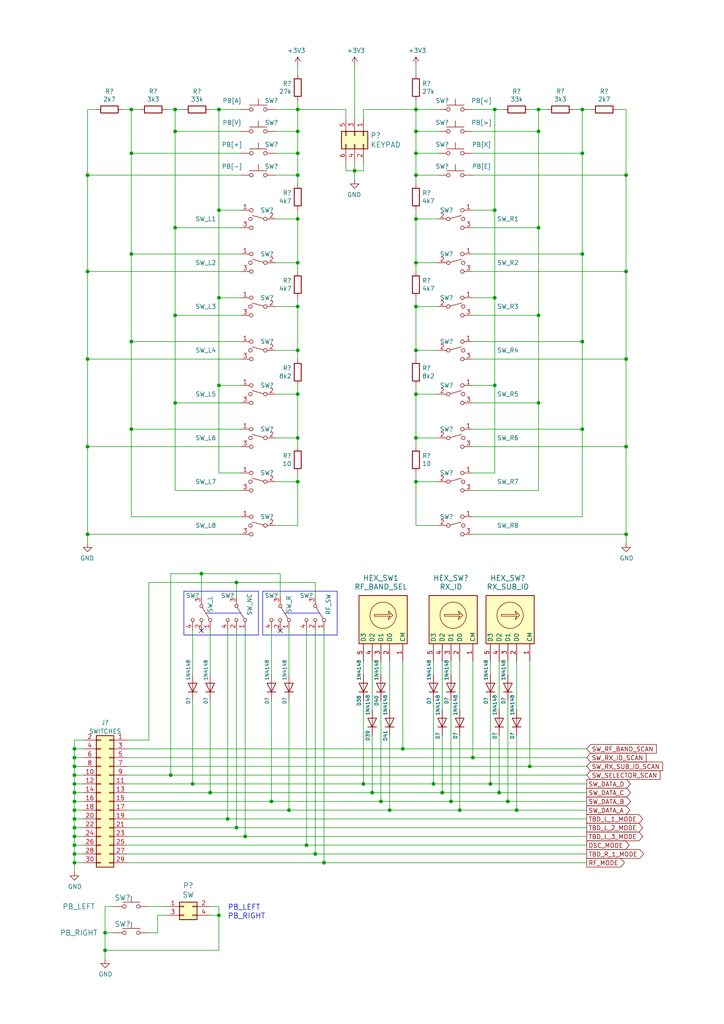
<source format=kicad_sch>
(kicad_sch (version 20230121) (generator eeschema)
  (paper "A4" portrait)
  (lib_symbols
    (symbol "Connector_Generic:Conn_02x15_Odd_Even" (pin_names (offset 1.016) hide)
      (property "Reference" "J" (at 1.27 20.32 0))
      (property "Value" "Conn_02x15_Odd_Even" (at 1.27 -20.32 0))
      (symbol "Conn_02x15_Odd_Even_1_1"
        (rectangle (start -1.27 -17.653) (end 0 -17.907) (stroke (width 0.1524)))
        (rectangle (start -1.27 -15.113) (end 0 -15.367) (stroke (width 0.1524)))
        (rectangle (start -1.27 -12.573) (end 0 -12.827) (stroke (width 0.1524)))
        (rectangle (start -1.27 -10.033) (end 0 -10.287) (stroke (width 0.1524)))
        (rectangle (start -1.27 -7.493) (end 0 -7.747) (stroke (width 0.1524)))
        (rectangle (start -1.27 -4.953) (end 0 -5.207) (stroke (width 0.1524)))
        (rectangle (start -1.27 -2.413) (end 0 -2.667) (stroke (width 0.1524)))
        (rectangle (start -1.27 0.127) (end 0 -0.127) (stroke (width 0.1524)))
        (rectangle (start -1.27 2.667) (end 0 2.413) (stroke (width 0.1524)))
        (rectangle (start -1.27 5.207) (end 0 4.953) (stroke (width 0.1524)))
        (rectangle (start -1.27 7.747) (end 0 7.493) (stroke (width 0.1524)))
        (rectangle (start -1.27 10.287) (end 0 10.033) (stroke (width 0.1524)))
        (rectangle (start -1.27 12.827) (end 0 12.573) (stroke (width 0.1524)))
        (rectangle (start -1.27 15.367) (end 0 15.113) (stroke (width 0.1524)))
        (rectangle (start -1.27 17.907) (end 0 17.653) (stroke (width 0.1524)))
        (rectangle (start -1.27 19.05) (end 3.81 -19.05) (stroke (width 0.254)) (fill (type background)))
        (rectangle (start 3.81 -17.653) (end 2.54 -17.907) (stroke (width 0.1524)))
        (rectangle (start 3.81 -15.113) (end 2.54 -15.367) (stroke (width 0.1524)))
        (rectangle (start 3.81 -12.573) (end 2.54 -12.827) (stroke (width 0.1524)))
        (rectangle (start 3.81 -10.033) (end 2.54 -10.287) (stroke (width 0.1524)))
        (rectangle (start 3.81 -7.493) (end 2.54 -7.747) (stroke (width 0.1524)))
        (rectangle (start 3.81 -4.953) (end 2.54 -5.207) (stroke (width 0.1524)))
        (rectangle (start 3.81 -2.413) (end 2.54 -2.667) (stroke (width 0.1524)))
        (rectangle (start 3.81 0.127) (end 2.54 -0.127) (stroke (width 0.1524)))
        (rectangle (start 3.81 2.667) (end 2.54 2.413) (stroke (width 0.1524)))
        (rectangle (start 3.81 5.207) (end 2.54 4.953) (stroke (width 0.1524)))
        (rectangle (start 3.81 7.747) (end 2.54 7.493) (stroke (width 0.1524)))
        (rectangle (start 3.81 10.287) (end 2.54 10.033) (stroke (width 0.1524)))
        (rectangle (start 3.81 12.827) (end 2.54 12.573) (stroke (width 0.1524)))
        (rectangle (start 3.81 15.367) (end 2.54 15.113) (stroke (width 0.1524)))
        (rectangle (start 3.81 17.907) (end 2.54 17.653) (stroke (width 0.1524)))
        (pin passive line (at -5.08 17.78 0) (length 3.81) (name "Pin_1") (number "1"))
        (pin passive line (at 7.62 7.62 180) (length 3.81) (name "Pin_10") (number "10"))
        (pin passive line (at -5.08 5.08 0) (length 3.81) (name "Pin_11") (number "11"))
        (pin passive line (at 7.62 5.08 180) (length 3.81) (name "Pin_12") (number "12"))
        (pin passive line (at -5.08 2.54 0) (length 3.81) (name "Pin_13") (number "13"))
        (pin passive line (at 7.62 2.54 180) (length 3.81) (name "Pin_14") (number "14"))
        (pin passive line (at -5.08 0 0) (length 3.81) (name "Pin_15") (number "15"))
        (pin passive line (at 7.62 0 180) (length 3.81) (name "Pin_16") (number "16"))
        (pin passive line (at -5.08 -2.54 0) (length 3.81) (name "Pin_17") (number "17"))
        (pin passive line (at 7.62 -2.54 180) (length 3.81) (name "Pin_18") (number "18"))
        (pin passive line (at -5.08 -5.08 0) (length 3.81) (name "Pin_19") (number "19"))
        (pin passive line (at 7.62 17.78 180) (length 3.81) (name "Pin_2") (number "2"))
        (pin passive line (at 7.62 -5.08 180) (length 3.81) (name "Pin_20") (number "20"))
        (pin passive line (at -5.08 -7.62 0) (length 3.81) (name "Pin_21") (number "21"))
        (pin passive line (at 7.62 -7.62 180) (length 3.81) (name "Pin_22") (number "22"))
        (pin passive line (at -5.08 -10.16 0) (length 3.81) (name "Pin_23") (number "23"))
        (pin passive line (at 7.62 -10.16 180) (length 3.81) (name "Pin_24") (number "24"))
        (pin passive line (at -5.08 -12.7 0) (length 3.81) (name "Pin_25") (number "25"))
        (pin passive line (at 7.62 -12.7 180) (length 3.81) (name "Pin_26") (number "26"))
        (pin passive line (at -5.08 -15.24 0) (length 3.81) (name "Pin_27") (number "27"))
        (pin passive line (at 7.62 -15.24 180) (length 3.81) (name "Pin_28") (number "28"))
        (pin passive line (at -5.08 -17.78 0) (length 3.81) (name "Pin_29") (number "29"))
        (pin passive line (at -5.08 15.24 0) (length 3.81) (name "Pin_3") (number "3"))
        (pin passive line (at 7.62 -17.78 180) (length 3.81) (name "Pin_30") (number "30"))
        (pin passive line (at 7.62 15.24 180) (length 3.81) (name "Pin_4") (number "4"))
        (pin passive line (at -5.08 12.7 0) (length 3.81) (name "Pin_5") (number "5"))
        (pin passive line (at 7.62 12.7 180) (length 3.81) (name "Pin_6") (number "6"))
        (pin passive line (at -5.08 10.16 0) (length 3.81) (name "Pin_7") (number "7"))
        (pin passive line (at 7.62 10.16 180) (length 3.81) (name "Pin_8") (number "8"))
        (pin passive line (at -5.08 7.62 0) (length 3.81) (name "Pin_9") (number "9"))
      )
    )
    (symbol "RCTX-rescue:D-device" (pin_numbers hide) (pin_names (offset 1.016) hide)
      (property "Reference" "D" (at 0 2.54 0))
      (property "Value" "D-device" (at 0 -2.54 0))
      (symbol "D-device_0_1"
        (polyline (pts (xy -1.27 1.27) (xy -1.27 -1.27)) (stroke (width 0.2032)))
        (polyline (pts (xy 1.27 0) (xy -1.27 0)))
        (polyline (pts (xy 1.27 1.27) (xy 1.27 -1.27) (xy -1.27 0) (xy 1.27 1.27)) (stroke (width 0.2032)))
      )
      (symbol "D-device_1_1"
        (pin passive line (at -3.81 0 0) (length 2.54) (name "K") (number "1"))
        (pin passive line (at 3.81 0 180) (length 2.54) (name "A") (number "2"))
      )
    )
    (symbol "RCTX-rescue:GND-power" (power) (pin_names (offset 0))
      (property "Value" "GND-power" (at 0 -3.81 0))
      (symbol "GND-power_0_1"
        (polyline (pts (xy 0 0) (xy 0 -1.27) (xy 1.27 -1.27) (xy 0 -2.54) (xy -1.27 -1.27) (xy 0 -1.27)))
      )
      (symbol "GND-power_1_1"
        (pin power_in line (at 0 0 270) (length 0) hide (name "GND") (number "1"))
      )
    )
    (symbol "RCTX-rescue:SW_Coded-switches"
      (property "Reference" "SW" (at -6.35 8.89 0))
      (property "Value" "SW_Coded-switches" (at -6.35 -7.62 0))
      (symbol "SW_Coded-switches_0_1"
        (circle (center -0.635 0.635) (radius 3.81))
        (polyline (pts (xy -0.889 -1.905) (xy -0.889 2.667) (xy -1.397 2.159) (xy -1.905 2.159) (xy -0.635 3.429) (xy 0.635 2.159) (xy 0.127 2.159) (xy -0.381 2.667) (xy -0.381 -1.905) (xy -0.889 -1.905) (xy -0.889 -1.905)))
        (rectangle (start 7.62 7.62) (end -6.35 -6.35) (stroke (width 0.254)) (fill (type background)))
      )
      (symbol "SW_Coded-switches_1_1"
        (pin passive line (at 12.7 6.35 180) (length 5.08) (name "CM") (number "1"))
        (pin passive line (at 12.7 2.54 180) (length 5.08) (name "D0") (number "2"))
        (pin passive line (at 12.7 0 180) (length 5.08) (name "D1") (number "3"))
        (pin passive line (at 12.7 -2.54 180) (length 5.08) (name "D2") (number "4"))
        (pin passive line (at 12.7 -5.08 180) (length 5.08) (name "D3") (number "5"))
      )
    )
    (symbol "RCTX-rescue:SW_Push-switches" (pin_numbers hide) (pin_names (offset 1.016) hide)
      (property "Reference" "SW" (at 1.27 2.54 0))
      (property "Value" "SW_Push-switches" (at 0 -1.524 0))
      (symbol "SW_Push-switches_0_1"
        (circle (center -2.032 0) (radius 0.508))
        (polyline (pts (xy 0 1.27) (xy 0 3.048)))
        (polyline (pts (xy 2.54 1.27) (xy -2.54 1.27)))
        (circle (center 2.032 0) (radius 0.508))
        (pin passive line (at -5.08 0 0) (length 2.54) (name "1") (number "1"))
        (pin passive line (at 5.08 0 180) (length 2.54) (name "2") (number "2"))
      )
    )
    (symbol "RCTX-rescue:SW_SP3T-switches" (pin_names (offset 0) hide)
      (property "Reference" "SW" (at 0 5.08 0))
      (property "Value" "SW_SP3T-switches" (at 0 -5.08 0))
      (symbol "SW_SP3T-switches_0_1"
        (circle (center -2.032 0) (radius 0.4572))
        (polyline (pts (xy -1.651 0.254) (xy 1.651 2.286)))
        (circle (center 2.032 -2.54) (radius 0.4572))
        (circle (center 2.032 0) (radius 0.4572))
        (circle (center 2.032 2.54) (radius 0.4572))
      )
      (symbol "SW_SP3T-switches_1_1"
        (pin passive line (at 5.08 2.54 180) (length 2.54) (name "1") (number "1"))
        (pin passive line (at 5.08 0 180) (length 2.54) (name "2") (number "2"))
        (pin passive line (at -5.08 0 0) (length 2.54) (name "3") (number "3"))
        (pin passive line (at 5.08 -2.54 180) (length 2.54) (name "4") (number "4"))
      )
    )
    (symbol "conn:Conn_02x02_Odd_Even" (pin_names (offset 1.016) hide)
      (property "Reference" "J" (at 1.27 2.54 0))
      (property "Value" "conn_Conn_02x02_Odd_Even" (at 1.27 -5.08 0))
      (symbol "Conn_02x02_Odd_Even_1_1"
        (rectangle (start -1.27 -2.413) (end 0 -2.667) (stroke (width 0.1524)))
        (rectangle (start -1.27 0.127) (end 0 -0.127) (stroke (width 0.1524)))
        (rectangle (start -1.27 1.27) (end 3.81 -3.81) (stroke (width 0.254)) (fill (type background)))
        (rectangle (start 3.81 -2.413) (end 2.54 -2.667) (stroke (width 0.1524)))
        (rectangle (start 3.81 0.127) (end 2.54 -0.127) (stroke (width 0.1524)))
        (pin passive line (at -5.08 0 0) (length 3.81) (name "Pin_1") (number "1"))
        (pin passive line (at 7.62 0 180) (length 3.81) (name "Pin_2") (number "2"))
        (pin passive line (at -5.08 -2.54 0) (length 3.81) (name "Pin_3") (number "3"))
        (pin passive line (at 7.62 -2.54 180) (length 3.81) (name "Pin_4") (number "4"))
      )
    )
    (symbol "conn:Conn_02x03_Odd_Even" (pin_names (offset 1.016) hide)
      (property "Reference" "J" (at 1.27 5.08 0))
      (property "Value" "conn_Conn_02x03_Odd_Even" (at 1.27 -5.08 0))
      (symbol "Conn_02x03_Odd_Even_1_1"
        (rectangle (start -1.27 -2.413) (end 0 -2.667) (stroke (width 0.1524)))
        (rectangle (start -1.27 0.127) (end 0 -0.127) (stroke (width 0.1524)))
        (rectangle (start -1.27 2.667) (end 0 2.413) (stroke (width 0.1524)))
        (rectangle (start -1.27 3.81) (end 3.81 -3.81) (stroke (width 0.254)) (fill (type background)))
        (rectangle (start 3.81 -2.413) (end 2.54 -2.667) (stroke (width 0.1524)))
        (rectangle (start 3.81 0.127) (end 2.54 -0.127) (stroke (width 0.1524)))
        (rectangle (start 3.81 2.667) (end 2.54 2.413) (stroke (width 0.1524)))
        (pin passive line (at -5.08 2.54 0) (length 3.81) (name "Pin_1") (number "1"))
        (pin passive line (at 7.62 2.54 180) (length 3.81) (name "Pin_2") (number "2"))
        (pin passive line (at -5.08 0 0) (length 3.81) (name "Pin_3") (number "3"))
        (pin passive line (at 7.62 0 180) (length 3.81) (name "Pin_4") (number "4"))
        (pin passive line (at -5.08 -2.54 0) (length 3.81) (name "Pin_5") (number "5"))
        (pin passive line (at 7.62 -2.54 180) (length 3.81) (name "Pin_6") (number "6"))
      )
    )
    (symbol "device:R" (pin_numbers hide) (pin_names (offset 0))
      (property "Reference" "R" (at 2.032 0 90))
      (property "Value" "device_R" (at 0 0 90))
      (symbol "R_0_1"
        (rectangle (start -1.016 -2.54) (end 1.016 2.54) (stroke (width 0.254)))
      )
      (symbol "R_1_1"
        (pin passive line (at 0 3.81 270) (length 1.27) (name "~") (number "1"))
        (pin passive line (at 0 -3.81 90) (length 1.27) (name "~") (number "2"))
      )
    )
    (symbol "power:+3.3V" (power) (pin_names (offset 0))
      (property "Value" "power_+3.3V" (at 0 3.556 0))
      (symbol "+3.3V_0_1"
        (polyline (pts (xy -0.762 1.27) (xy 0 2.54)))
        (polyline (pts (xy 0 0) (xy 0 2.54)))
        (polyline (pts (xy 0 2.54) (xy 0.762 1.27)))
      )
      (symbol "+3.3V_1_1"
        (pin power_in line (at 0 0 90) (length 0) hide (name "+3V3") (number "1"))
      )
    )
    (symbol "power:GND" (power) (pin_names (offset 0))
      (property "Value" "power_GND" (at 0 -3.81 0))
      (symbol "GND_0_1"
        (polyline (pts (xy 0 0) (xy 0 -1.27) (xy 1.27 -1.27) (xy 0 -2.54) (xy -1.27 -1.27) (xy 0 -1.27)))
      )
      (symbol "GND_1_1"
        (pin power_in line (at 0 0 270) (length 0) hide (name "GND") (number "1"))
      )
    )
    (symbol "switches:SW_SPDT_MSM" (pin_names (offset 0) hide)
      (property "Reference" "SW" (at 0 5.08 0))
      (property "Value" "switches_SW_SPDT_MSM" (at 0 -5.08 0))
      (symbol "SW_SPDT_MSM_0_0"
        (circle (center -2.032 0) (radius 0.508))
        (polyline (pts (xy -1.524 0.127) (xy 1.778 1.016)))
        (circle (center 2.032 -2.54) (radius 0.508))
      )
      (symbol "SW_SPDT_MSM_0_1"
        (circle (center 2.032 2.54) (radius 0.508))
        (circle (center 2.286 0) (radius 0.508))
      )
      (symbol "SW_SPDT_MSM_1_1"
        (pin passive line (at 5.08 2.54 180) (length 2.54) (name "1") (number "1"))
        (pin passive line (at -5.08 0 0) (length 2.54) (name "2") (number "2"))
        (pin passive line (at 5.08 -2.54 180) (length 2.54) (name "3") (number "3"))
      )
    )
  )
  (junction (at 142.24 227.33))
  (junction (at 58.42 166.37))
  (junction (at 120.65 50.8))
  (junction (at 86.36 76.2))
  (junction (at 86.36 44.45))
  (junction (at 86.36 139.7))
  (junction (at 50.8 91.44))
  (junction (at 128.27 229.87))
  (junction (at 60.96 229.87))
  (junction (at 38.1 44.45))
  (junction (at 50.8 31.75))
  (junction (at 30.48 275.59))
  (junction (at 156.21 66.04))
  (junction (at 21.59 219.71))
  (junction (at 55.88 227.33))
  (junction (at 91.44 247.65))
  (junction (at 156.21 91.44))
  (junction (at 105.41 227.33))
  (junction (at 21.59 234.95))
  (junction (at 38.1 73.66))
  (junction (at 143.51 31.75))
  (junction (at 153.67 222.25))
  (junction (at 83.82 234.95))
  (junction (at 168.91 99.06))
  (junction (at 63.5 265.43))
  (junction (at 86.36 63.5))
  (junction (at 120.65 139.7))
  (junction (at 168.91 31.75))
  (junction (at 113.03 234.95))
  (junction (at 38.1 99.06))
  (junction (at 181.61 154.94))
  (junction (at 63.5 86.36))
  (junction (at 144.78 229.87))
  (junction (at 168.91 73.66))
  (junction (at 38.1 124.46))
  (junction (at 25.4 78.74))
  (junction (at 181.61 50.8))
  (junction (at 116.84 217.17))
  (junction (at 25.4 154.94))
  (junction (at 86.36 31.75))
  (junction (at 120.65 63.5))
  (junction (at 50.8 116.84))
  (junction (at 86.36 88.9))
  (junction (at 66.04 237.49))
  (junction (at 21.59 250.19))
  (junction (at 21.59 232.41))
  (junction (at 120.65 114.3))
  (junction (at 25.4 129.54))
  (junction (at 63.5 31.75))
  (junction (at 38.1 31.75))
  (junction (at 120.65 38.1))
  (junction (at 21.59 237.49))
  (junction (at 78.74 232.41))
  (junction (at 120.65 88.9))
  (junction (at 147.32 232.41))
  (junction (at 181.61 104.14))
  (junction (at 120.65 44.45))
  (junction (at 143.51 86.36))
  (junction (at 50.8 66.04))
  (junction (at 102.87 49.53))
  (junction (at 168.91 124.46))
  (junction (at 68.58 240.03))
  (junction (at 93.98 250.19))
  (junction (at 68.58 168.91))
  (junction (at 21.59 222.25))
  (junction (at 107.95 229.87))
  (junction (at 86.36 50.8))
  (junction (at 143.51 60.96))
  (junction (at 86.36 38.1))
  (junction (at 156.21 116.84))
  (junction (at 156.21 38.1))
  (junction (at 21.59 245.11))
  (junction (at 63.5 60.96))
  (junction (at 110.49 232.41))
  (junction (at 181.61 78.74))
  (junction (at 21.59 229.87))
  (junction (at 143.51 111.76))
  (junction (at 149.86 234.95))
  (junction (at 21.59 217.17))
  (junction (at 120.65 76.2))
  (junction (at 21.59 240.03))
  (junction (at 21.59 247.65))
  (junction (at 86.36 114.3))
  (junction (at 25.4 104.14))
  (junction (at 120.65 101.6))
  (junction (at 181.61 129.54))
  (junction (at 50.8 38.1))
  (junction (at 168.91 44.45))
  (junction (at 63.5 111.76))
  (junction (at 120.65 127))
  (junction (at 88.9 245.11))
  (junction (at 71.12 242.57))
  (junction (at 25.4 50.8))
  (junction (at 86.36 127))
  (junction (at 30.48 270.51))
  (junction (at 130.81 232.41))
  (junction (at 21.59 224.79))
  (junction (at 49.53 224.79))
  (junction (at 21.59 227.33))
  (junction (at 137.16 219.71))
  (junction (at 120.65 31.75))
  (junction (at 156.21 31.75))
  (junction (at 125.73 227.33))
  (junction (at 21.59 242.57))
  (junction (at 86.36 101.6))
  (junction (at 133.35 234.95))
  (no_connect (at 81.28 182.88))
  (no_connect (at 58.42 182.88))
  (wire (pts (xy 149.86 234.95) (xy 133.35 234.95)))
  (wire (pts (xy 60.96 203.2) (xy 60.96 229.87)))
  (wire (pts (xy 86.36 152.4) (xy 80.01 152.4)))
  (wire (pts (xy 156.21 91.44) (xy 156.21 116.84)))
  (wire (pts (xy 30.48 270.51) (xy 30.48 275.59)))
  (wire (pts (xy 156.21 66.04) (xy 137.16 66.04)))
  (wire (pts (xy 30.48 270.51) (xy 33.02 270.51)))
  (wire (pts (xy 120.65 19.05) (xy 120.65 21.59)))
  (wire (pts (xy 120.65 101.6) (xy 127 101.6)))
  (wire (pts (xy 78.74 195.58) (xy 78.74 182.88)))
  (wire (pts (xy 166.37 31.75) (xy 168.91 31.75)))
  (wire (pts (xy 105.41 195.58) (xy 105.41 191.77)))
  (wire (pts (xy 143.51 60.96) (xy 143.51 86.36)))
  (wire (pts (xy 83.82 182.88) (xy 83.82 195.58)))
  (wire (pts (xy 88.9 245.11) (xy 36.83 245.11)))
  (wire (pts (xy 60.96 182.88) (xy 60.96 195.58)))
  (wire (pts (xy 120.65 76.2) (xy 120.65 78.74)))
  (wire (pts (xy 88.9 245.11) (xy 170.18 245.11)))
  (wire (pts (xy 24.13 214.63) (xy 21.59 214.63)))
  (wire (pts (xy 21.59 222.25) (xy 24.13 222.25)))
  (wire (pts (xy 38.1 73.66) (xy 69.85 73.66)))
  (wire (pts (xy 49.53 166.37) (xy 58.42 166.37)))
  (polyline (pts (xy 53.34 184.15) (xy 74.93 184.15)))
  (wire (pts (xy 25.4 50.8) (xy 25.4 78.74)))
  (wire (pts (xy 102.87 49.53) (xy 102.87 46.99)))
  (wire (pts (xy 86.36 29.21) (xy 86.36 31.75)))
  (wire (pts (xy 86.36 50.8) (xy 86.36 53.34)))
  (wire (pts (xy 45.72 265.43) (xy 45.72 270.51)))
  (wire (pts (xy 71.12 182.88) (xy 71.12 242.57)))
  (wire (pts (xy 38.1 124.46) (xy 38.1 149.86)))
  (wire (pts (xy 25.4 104.14) (xy 69.85 104.14)))
  (wire (pts (xy 147.32 195.58) (xy 147.32 191.77)))
  (wire (pts (xy 156.21 31.75) (xy 156.21 38.1)))
  (wire (pts (xy 45.72 270.51) (xy 43.18 270.51)))
  (wire (pts (xy 21.59 245.11) (xy 21.59 247.65)))
  (wire (pts (xy 49.53 224.79) (xy 49.53 166.37)))
  (wire (pts (xy 27.94 31.75) (xy 25.4 31.75)))
  (wire (pts (xy 144.78 229.87) (xy 128.27 229.87)))
  (wire (pts (xy 181.61 78.74) (xy 137.16 78.74)))
  (wire (pts (xy 168.91 124.46) (xy 168.91 149.86)))
  (wire (pts (xy 49.53 224.79) (xy 36.83 224.79)))
  (wire (pts (xy 147.32 232.41) (xy 170.18 232.41)))
  (wire (pts (xy 43.18 262.89) (xy 48.26 262.89)))
  (wire (pts (xy 81.28 166.37) (xy 81.28 172.72)))
  (wire (pts (xy 110.49 232.41) (xy 78.74 232.41)))
  (wire (pts (xy 144.78 191.77) (xy 144.78 205.74)))
  (wire (pts (xy 102.87 49.53) (xy 105.41 49.53)))
  (wire (pts (xy 21.59 240.03) (xy 24.13 240.03)))
  (wire (pts (xy 113.03 213.36) (xy 113.03 234.95)))
  (wire (pts (xy 86.36 127) (xy 86.36 129.54)))
  (wire (pts (xy 128.27 229.87) (xy 107.95 229.87)))
  (wire (pts (xy 127 31.75) (xy 120.65 31.75)))
  (wire (pts (xy 36.83 247.65) (xy 91.44 247.65)))
  (polyline (pts (xy 97.79 171.45) (xy 76.2 171.45)))
  (wire (pts (xy 127 88.9) (xy 120.65 88.9)))
  (wire (pts (xy 120.65 50.8) (xy 127 50.8)))
  (wire (pts (xy 168.91 31.75) (xy 168.91 44.45)))
  (wire (pts (xy 86.36 76.2) (xy 86.36 78.74)))
  (wire (pts (xy 127 139.7) (xy 120.65 139.7)))
  (wire (pts (xy 147.32 232.41) (xy 130.81 232.41)))
  (wire (pts (xy 86.36 101.6) (xy 86.36 104.14)))
  (wire (pts (xy 21.59 222.25) (xy 21.59 224.79)))
  (wire (pts (xy 120.65 53.34) (xy 120.65 50.8)))
  (wire (pts (xy 113.03 234.95) (xy 83.82 234.95)))
  (wire (pts (xy 86.36 50.8) (xy 80.01 50.8)))
  (wire (pts (xy 144.78 213.36) (xy 144.78 229.87)))
  (wire (pts (xy 21.59 214.63) (xy 21.59 217.17)))
  (wire (pts (xy 181.61 104.14) (xy 137.16 104.14)))
  (wire (pts (xy 63.5 137.16) (xy 69.85 137.16)))
  (wire (pts (xy 24.13 217.17) (xy 21.59 217.17)))
  (wire (pts (xy 21.59 232.41) (xy 21.59 234.95)))
  (wire (pts (xy 80.01 139.7) (xy 86.36 139.7)))
  (wire (pts (xy 55.88 195.58) (xy 55.88 182.88)))
  (wire (pts (xy 86.36 19.05) (xy 86.36 21.59)))
  (wire (pts (xy 168.91 73.66) (xy 168.91 99.06)))
  (wire (pts (xy 21.59 219.71) (xy 21.59 222.25)))
  (wire (pts (xy 91.44 247.65) (xy 170.18 247.65)))
  (wire (pts (xy 30.48 262.89) (xy 33.02 262.89)))
  (wire (pts (xy 143.51 60.96) (xy 137.16 60.96)))
  (wire (pts (xy 68.58 240.03) (xy 170.18 240.03)))
  (wire (pts (xy 50.8 142.24) (xy 69.85 142.24)))
  (wire (pts (xy 137.16 219.71) (xy 170.18 219.71)))
  (wire (pts (xy 40.64 31.75) (xy 38.1 31.75)))
  (wire (pts (xy 36.83 237.49) (xy 66.04 237.49)))
  (wire (pts (xy 21.59 234.95) (xy 24.13 234.95)))
  (wire (pts (xy 93.98 250.19) (xy 36.83 250.19)))
  (wire (pts (xy 100.33 31.75) (xy 100.33 34.29)))
  (wire (pts (xy 153.67 222.25) (xy 170.18 222.25)))
  (wire (pts (xy 168.91 31.75) (xy 171.45 31.75)))
  (wire (pts (xy 21.59 227.33) (xy 24.13 227.33)))
  (wire (pts (xy 43.18 168.91) (xy 68.58 168.91)))
  (wire (pts (xy 127 63.5) (xy 120.65 63.5)))
  (wire (pts (xy 102.87 34.29) (xy 102.87 19.05)))
  (wire (pts (xy 168.91 124.46) (xy 137.16 124.46)))
  (wire (pts (xy 168.91 73.66) (xy 137.16 73.66)))
  (wire (pts (xy 91.44 182.88) (xy 91.44 247.65)))
  (wire (pts (xy 181.61 129.54) (xy 137.16 129.54)))
  (wire (pts (xy 120.65 86.36) (xy 120.65 88.9)))
  (wire (pts (xy 120.65 127) (xy 127 127)))
  (wire (pts (xy 80.01 88.9) (xy 86.36 88.9)))
  (wire (pts (xy 110.49 195.58) (xy 110.49 191.77)))
  (wire (pts (xy 80.01 63.5) (xy 86.36 63.5)))
  (wire (pts (xy 143.51 111.76) (xy 137.16 111.76)))
  (wire (pts (xy 50.8 91.44) (xy 69.85 91.44)))
  (wire (pts (xy 48.26 265.43) (xy 45.72 265.43)))
  (wire (pts (xy 120.65 101.6) (xy 120.65 104.14)))
  (wire (pts (xy 21.59 224.79) (xy 21.59 227.33)))
  (wire (pts (xy 120.65 31.75) (xy 120.65 38.1)))
  (wire (pts (xy 86.36 44.45) (xy 86.36 50.8)))
  (wire (pts (xy 63.5 86.36) (xy 63.5 111.76)))
  (wire (pts (xy 21.59 240.03) (xy 21.59 242.57)))
  (wire (pts (xy 69.85 50.8) (xy 25.4 50.8)))
  (wire (pts (xy 63.5 265.43) (xy 60.96 265.43)))
  (wire (pts (xy 181.61 50.8) (xy 181.61 78.74)))
  (wire (pts (xy 168.91 99.06) (xy 168.91 124.46)))
  (wire (pts (xy 127 114.3) (xy 120.65 114.3)))
  (wire (pts (xy 156.21 142.24) (xy 137.16 142.24)))
  (wire (pts (xy 143.51 86.36) (xy 137.16 86.36)))
  (wire (pts (xy 30.48 275.59) (xy 30.48 278.13)))
  (wire (pts (xy 21.59 237.49) (xy 24.13 237.49)))
  (wire (pts (xy 120.65 127) (xy 120.65 129.54)))
  (wire (pts (xy 36.83 242.57) (xy 71.12 242.57)))
  (wire (pts (xy 86.36 60.96) (xy 86.36 63.5)))
  (wire (pts (xy 36.83 227.33) (xy 55.88 227.33)))
  (wire (pts (xy 25.4 129.54) (xy 25.4 154.94)))
  (wire (pts (xy 21.59 242.57) (xy 21.59 245.11)))
  (wire (pts (xy 80.01 114.3) (xy 86.36 114.3)))
  (wire (pts (xy 143.51 31.75) (xy 146.05 31.75)))
  (wire (pts (xy 142.24 203.2) (xy 142.24 227.33)))
  (wire (pts (xy 179.07 31.75) (xy 181.61 31.75)))
  (wire (pts (xy 147.32 203.2) (xy 147.32 232.41)))
  (wire (pts (xy 36.83 234.95) (xy 83.82 234.95)))
  (polyline (pts (xy 97.79 184.15) (xy 97.79 171.45)))
  (wire (pts (xy 36.83 222.25) (xy 153.67 222.25)))
  (wire (pts (xy 130.81 195.58) (xy 130.81 191.77)))
  (wire (pts (xy 21.59 237.49) (xy 21.59 240.03)))
  (wire (pts (xy 86.36 63.5) (xy 86.36 76.2)))
  (polyline (pts (xy 59.69 177.8) (xy 69.85 177.8)))
  (wire (pts (xy 120.65 76.2) (xy 127 76.2)))
  (wire (pts (xy 107.95 229.87) (xy 60.96 229.87)))
  (wire (pts (xy 86.36 139.7) (xy 86.36 152.4)))
  (wire (pts (xy 38.1 99.06) (xy 69.85 99.06)))
  (wire (pts (xy 120.65 29.21) (xy 120.65 31.75)))
  (wire (pts (xy 168.91 99.06) (xy 137.16 99.06)))
  (wire (pts (xy 88.9 182.88) (xy 88.9 245.11)))
  (wire (pts (xy 25.4 154.94) (xy 69.85 154.94)))
  (wire (pts (xy 21.59 229.87) (xy 24.13 229.87)))
  (wire (pts (xy 142.24 195.58) (xy 142.24 191.77)))
  (wire (pts (xy 143.51 86.36) (xy 143.51 111.76)))
  (wire (pts (xy 181.61 78.74) (xy 181.61 104.14)))
  (wire (pts (xy 137.16 50.8) (xy 181.61 50.8)))
  (wire (pts (xy 68.58 168.91) (xy 68.58 172.72)))
  (wire (pts (xy 105.41 203.2) (xy 105.41 227.33)))
  (wire (pts (xy 50.8 31.75) (xy 50.8 38.1)))
  (wire (pts (xy 149.86 205.74) (xy 149.86 191.77)))
  (wire (pts (xy 58.42 166.37) (xy 81.28 166.37)))
  (wire (pts (xy 25.4 78.74) (xy 69.85 78.74)))
  (wire (pts (xy 120.65 137.16) (xy 120.65 139.7)))
  (wire (pts (xy 105.41 31.75) (xy 105.41 34.29)))
  (wire (pts (xy 43.18 214.63) (xy 43.18 168.91)))
  (polyline (pts (xy 82.55 177.8) (xy 92.71 177.8)))
  (wire (pts (xy 133.35 234.95) (xy 113.03 234.95)))
  (wire (pts (xy 69.85 38.1) (xy 50.8 38.1)))
  (wire (pts (xy 156.21 116.84) (xy 156.21 142.24)))
  (wire (pts (xy 156.21 31.75) (xy 158.75 31.75)))
  (wire (pts (xy 156.21 116.84) (xy 137.16 116.84)))
  (wire (pts (xy 21.59 234.95) (xy 21.59 237.49)))
  (wire (pts (xy 55.88 203.2) (xy 55.88 227.33)))
  (wire (pts (xy 100.33 49.53) (xy 102.87 49.53)))
  (wire (pts (xy 80.01 44.45) (xy 86.36 44.45)))
  (wire (pts (xy 63.5 111.76) (xy 63.5 137.16)))
  (wire (pts (xy 133.35 213.36) (xy 133.35 234.95)))
  (polyline (pts (xy 76.2 171.45) (xy 76.2 184.15)))
  (wire (pts (xy 36.83 232.41) (xy 78.74 232.41)))
  (wire (pts (xy 86.36 101.6) (xy 80.01 101.6)))
  (wire (pts (xy 181.61 129.54) (xy 181.61 154.94)))
  (wire (pts (xy 168.91 149.86) (xy 137.16 149.86)))
  (wire (pts (xy 69.85 31.75) (xy 63.5 31.75)))
  (wire (pts (xy 149.86 234.95) (xy 170.18 234.95)))
  (wire (pts (xy 120.65 152.4) (xy 127 152.4)))
  (wire (pts (xy 36.83 240.03) (xy 68.58 240.03)))
  (wire (pts (xy 50.8 31.75) (xy 48.26 31.75)))
  (wire (pts (xy 63.5 31.75) (xy 60.96 31.75)))
  (wire (pts (xy 38.1 124.46) (xy 69.85 124.46)))
  (wire (pts (xy 168.91 44.45) (xy 168.91 73.66)))
  (wire (pts (xy 149.86 213.36) (xy 149.86 234.95)))
  (wire (pts (xy 181.61 154.94) (xy 181.61 157.48)))
  (wire (pts (xy 38.1 73.66) (xy 38.1 99.06)))
  (wire (pts (xy 181.61 104.14) (xy 181.61 129.54)))
  (wire (pts (xy 83.82 203.2) (xy 83.82 234.95)))
  (polyline (pts (xy 76.2 184.15) (xy 97.79 184.15)))
  (wire (pts (xy 110.49 203.2) (xy 110.49 232.41)))
  (wire (pts (xy 24.13 250.19) (xy 21.59 250.19)))
  (wire (pts (xy 143.51 137.16) (xy 137.16 137.16)))
  (wire (pts (xy 50.8 116.84) (xy 69.85 116.84)))
  (wire (pts (xy 120.65 63.5) (xy 120.65 76.2)))
  (wire (pts (xy 38.1 149.86) (xy 69.85 149.86)))
  (wire (pts (xy 66.04 237.49) (xy 170.18 237.49)))
  (wire (pts (xy 86.36 137.16) (xy 86.36 139.7)))
  (wire (pts (xy 156.21 91.44) (xy 137.16 91.44)))
  (wire (pts (xy 143.51 60.96) (xy 143.51 31.75)))
  (wire (pts (xy 105.41 31.75) (xy 120.65 31.75)))
  (wire (pts (xy 120.65 38.1) (xy 127 38.1)))
  (wire (pts (xy 127 44.45) (xy 120.65 44.45)))
  (wire (pts (xy 63.5 265.43) (xy 63.5 275.59)))
  (wire (pts (xy 86.36 38.1) (xy 86.36 44.45)))
  (wire (pts (xy 36.83 219.71) (xy 137.16 219.71)))
  (wire (pts (xy 24.13 245.11) (xy 21.59 245.11)))
  (wire (pts (xy 156.21 38.1) (xy 156.21 66.04)))
  (wire (pts (xy 21.59 217.17) (xy 21.59 219.71)))
  (wire (pts (xy 125.73 195.58) (xy 125.73 191.77)))
  (wire (pts (xy 86.36 38.1) (xy 80.01 38.1)))
  (wire (pts (xy 120.65 60.96) (xy 120.65 63.5)))
  (polyline (pts (xy 74.93 184.15) (xy 74.93 171.45)))
  (wire (pts (xy 133.35 205.74) (xy 133.35 191.77)))
  (wire (pts (xy 86.36 31.75) (xy 100.33 31.75)))
  (wire (pts (xy 120.65 38.1) (xy 120.65 44.45)))
  (wire (pts (xy 36.83 217.17) (xy 116.84 217.17)))
  (wire (pts (xy 100.33 46.99) (xy 100.33 49.53)))
  (wire (pts (xy 156.21 66.04) (xy 156.21 91.44)))
  (wire (pts (xy 181.61 31.75) (xy 181.61 50.8)))
  (wire (pts (xy 120.65 114.3) (xy 120.65 127)))
  (wire (pts (xy 66.04 182.88) (xy 66.04 237.49)))
  (wire (pts (xy 50.8 91.44) (xy 50.8 116.84)))
  (wire (pts (xy 50.8 66.04) (xy 50.8 91.44)))
  (wire (pts (xy 21.59 232.41) (xy 24.13 232.41)))
  (wire (pts (xy 63.5 275.59) (xy 30.48 275.59)))
  (wire (pts (xy 137.16 38.1) (xy 156.21 38.1)))
  (wire (pts (xy 143.51 111.76) (xy 143.51 137.16)))
  (wire (pts (xy 86.36 88.9) (xy 86.36 101.6)))
  (wire (pts (xy 24.13 247.65) (xy 21.59 247.65)))
  (wire (pts (xy 21.59 219.71) (xy 24.13 219.71)))
  (wire (pts (xy 63.5 111.76) (xy 69.85 111.76)))
  (wire (pts (xy 120.65 139.7) (xy 120.65 152.4)))
  (wire (pts (xy 25.4 31.75) (xy 25.4 50.8)))
  (wire (pts (xy 142.24 227.33) (xy 170.18 227.33)))
  (wire (pts (xy 153.67 191.77) (xy 153.67 222.25)))
  (wire (pts (xy 93.98 250.19) (xy 170.18 250.19)))
  (wire (pts (xy 21.59 229.87) (xy 21.59 232.41)))
  (wire (pts (xy 63.5 262.89) (xy 63.5 265.43)))
  (wire (pts (xy 86.36 114.3) (xy 86.36 127)))
  (wire (pts (xy 86.36 76.2) (xy 80.01 76.2)))
  (wire (pts (xy 38.1 31.75) (xy 38.1 44.45)))
  (wire (pts (xy 53.34 31.75) (xy 50.8 31.75)))
  (wire (pts (xy 63.5 60.96) (xy 63.5 86.36)))
  (wire (pts (xy 107.95 191.77) (xy 107.95 205.74)))
  (wire (pts (xy 21.59 247.65) (xy 21.59 250.19)))
  (wire (pts (xy 116.84 217.17) (xy 170.18 217.17)))
  (wire (pts (xy 130.81 203.2) (xy 130.81 232.41)))
  (wire (pts (xy 116.84 191.77) (xy 116.84 217.17)))
  (wire (pts (xy 63.5 86.36) (xy 69.85 86.36)))
  (wire (pts (xy 142.24 227.33) (xy 125.73 227.33)))
  (wire (pts (xy 68.58 182.88) (xy 68.58 240.03)))
  (wire (pts (xy 60.96 262.89) (xy 63.5 262.89)))
  (wire (pts (xy 153.67 31.75) (xy 156.21 31.75)))
  (wire (pts (xy 71.12 242.57) (xy 170.18 242.57)))
  (wire (pts (xy 24.13 242.57) (xy 21.59 242.57)))
  (wire (pts (xy 63.5 60.96) (xy 69.85 60.96)))
  (wire (pts (xy 128.27 191.77) (xy 128.27 205.74)))
  (wire (pts (xy 25.4 129.54) (xy 69.85 129.54)))
  (wire (pts (xy 25.4 78.74) (xy 25.4 104.14)))
  (wire (pts (xy 36.83 214.63) (xy 43.18 214.63)))
  (wire (pts (xy 93.98 182.88) (xy 93.98 250.19)))
  (wire (pts (xy 21.59 250.19) (xy 21.59 252.73)))
  (wire (pts (xy 69.85 44.45) (xy 38.1 44.45)))
  (wire (pts (xy 137.16 191.77) (xy 137.16 219.71)))
  (wire (pts (xy 49.53 224.79) (xy 170.18 224.79)))
  (wire (pts (xy 137.16 31.75) (xy 143.51 31.75)))
  (wire (pts (xy 125.73 203.2) (xy 125.73 227.33)))
  (wire (pts (xy 50.8 116.84) (xy 50.8 142.24)))
  (wire (pts (xy 25.4 154.94) (xy 25.4 157.48)))
  (polyline (pts (xy 74.93 171.45) (xy 53.34 171.45)))
  (wire (pts (xy 181.61 154.94) (xy 137.16 154.94)))
  (wire (pts (xy 144.78 229.87) (xy 170.18 229.87)))
  (wire (pts (xy 25.4 104.14) (xy 25.4 129.54)))
  (wire (pts (xy 105.41 49.53) (xy 105.41 46.99)))
  (wire (pts (xy 30.48 270.51) (xy 30.48 262.89)))
  (wire (pts (xy 63.5 60.96) (xy 63.5 31.75)))
  (wire (pts (xy 113.03 205.74) (xy 113.03 191.77)))
  (wire (pts (xy 125.73 227.33) (xy 105.41 227.33)))
  (wire (pts (xy 86.36 31.75) (xy 86.36 38.1)))
  (wire (pts (xy 50.8 38.1) (xy 50.8 66.04)))
  (wire (pts (xy 102.87 52.07) (xy 102.87 49.53)))
  (wire (pts (xy 38.1 99.06) (xy 38.1 124.46)))
  (wire (pts (xy 80.01 31.75) (xy 86.36 31.75)))
  (wire (pts (xy 91.44 168.91) (xy 68.58 168.91)))
  (wire (pts (xy 86.36 127) (xy 80.01 127)))
  (wire (pts (xy 128.27 213.36) (xy 128.27 229.87)))
  (wire (pts (xy 105.41 227.33) (xy 55.88 227.33)))
  (wire (pts (xy 50.8 66.04) (xy 69.85 66.04)))
  (wire (pts (xy 120.65 88.9) (xy 120.65 101.6)))
  (wire (pts (xy 91.44 168.91) (xy 91.44 172.72)))
  (wire (pts (xy 86.36 111.76) (xy 86.36 114.3)))
  (wire (pts (xy 38.1 31.75) (xy 35.56 31.75)))
  (wire (pts (xy 21.59 227.33) (xy 21.59 229.87)))
  (wire (pts (xy 107.95 213.36) (xy 107.95 229.87)))
  (wire (pts (xy 130.81 232.41) (xy 110.49 232.41)))
  (wire (pts (xy 78.74 203.2) (xy 78.74 232.41)))
  (wire (pts (xy 137.16 44.45) (xy 168.91 44.45)))
  (wire (pts (xy 38.1 44.45) (xy 38.1 73.66)))
  (wire (pts (xy 120.65 44.45) (xy 120.65 50.8)))
  (wire (pts (xy 21.59 224.79) (xy 24.13 224.79)))
  (wire (pts (xy 120.65 111.76) (xy 120.65 114.3)))
  (wire (pts (xy 58.42 166.37) (xy 58.42 172.72)))
  (polyline (pts (xy 53.34 171.45) (xy 53.34 184.15)))
  (wire (pts (xy 36.83 229.87) (xy 60.96 229.87)))
  (wire (pts (xy 86.36 86.36) (xy 86.36 88.9)))
  (text "PB_RIGHT" (at 66.04 266.7 0) (effects (font (size 1.524 1.524)) (justify left bottom)))
  (text "PB_LEFT" (at 66.04 264.16 0) (effects (font (size 1.524 1.524)) (justify left bottom)))
  (global_label "TBD_L_3_MODE" (shape output) (at 170.18 242.57 0) (property "Intersheetrefs" "${INTERSHEET_REFS}" (effects hide)))
  (global_label "SW_RX_SUB_ID_SCAN" (shape input) (at 170.18 222.25 0) (property "Intersheetrefs" "${INTERSHEET_REFS}" (effects hide)))
  (global_label "TBD_R_1_MODE" (shape output) (at 170.18 247.65 0) (property "Intersheetrefs" "${INTERSHEET_REFS}" (effects hide)))
  (global_label "DSC_MODE" (shape output) (at 170.18 245.11 0) (property "Intersheetrefs" "${INTERSHEET_REFS}" (effects hide)))
  (global_label "SW_DATA_A" (shape output) (at 170.18 234.95 0) (property "Intersheetrefs" "${INTERSHEET_REFS}" (effects hide)))
  (global_label "SW_DATA_D" (shape output) (at 170.18 227.33 0) (property "Intersheetrefs" "${INTERSHEET_REFS}" (effects hide)))
  (global_label "SW_DATA_B" (shape output) (at 170.18 232.41 0) (property "Intersheetrefs" "${INTERSHEET_REFS}" (effects hide)))
  (global_label "SW_RF_BAND_SCAN" (shape input) (at 170.18 217.17 0) (property "Intersheetrefs" "${INTERSHEET_REFS}" (effects hide)))
  (global_label "SW_SELECTOR_SCAN" (shape input) (at 170.18 224.79 0) (property "Intersheetrefs" "${INTERSHEET_REFS}" (effects hide)))
  (global_label "RF_MODE" (shape output) (at 170.18 250.19 0) (property "Intersheetrefs" "${INTERSHEET_REFS}" (effects hide)))
  (global_label "TBD_L_1_MODE" (shape output) (at 170.18 237.49 0) (property "Intersheetrefs" "${INTERSHEET_REFS}" (effects hide)))
  (global_label "SW_RX_ID_SCAN" (shape input) (at 170.18 219.71 0) (property "Intersheetrefs" "${INTERSHEET_REFS}" (effects hide)))
  (global_label "SW_DATA_C" (shape output) (at 170.18 229.87 0) (property "Intersheetrefs" "${INTERSHEET_REFS}" (effects hide)))
  (global_label "TBD_L_2_MODE" (shape output) (at 170.18 240.03 0) (property "Intersheetrefs" "${INTERSHEET_REFS}" (effects hide)))
  (symbol (lib_id "switches:SW_SPDT_MSM") (at 74.93 63.5 0) (mirror y) (unit 1)
    (property "Reference" "SW?" (at 77.47 60.96 0))
    (property "Value" "SW_L1" (at 59.69 63.5 0))
  )
  (symbol (lib_id "switches:SW_SPDT_MSM") (at 74.93 76.2 0) (mirror y) (unit 1)
    (property "Reference" "SW?" (at 77.47 73.66 0))
    (property "Value" "SW_L2" (at 59.69 76.2 0))
  )
  (symbol (lib_id "switches:SW_SPDT_MSM") (at 74.93 88.9 0) (mirror y) (unit 1)
    (property "Reference" "SW?" (at 77.47 86.36 0))
    (property "Value" "SW_L3" (at 59.69 88.9 0))
  )
  (symbol (lib_id "switches:SW_SPDT_MSM") (at 74.93 101.6 0) (mirror y) (unit 1)
    (property "Reference" "SW?" (at 77.47 99.06 0))
    (property "Value" "SW_L4" (at 59.69 101.6 0))
  )
  (symbol (lib_id "switches:SW_SPDT_MSM") (at 74.93 114.3 0) (mirror y) (unit 1)
    (property "Reference" "SW?" (at 77.47 111.76 0))
    (property "Value" "SW_L5" (at 59.69 114.3 0))
  )
  (symbol (lib_id "switches:SW_SPDT_MSM") (at 74.93 127 0) (mirror y) (unit 1)
    (property "Reference" "SW?" (at 77.47 124.46 0))
    (property "Value" "SW_L6" (at 59.69 127 0))
  )
  (symbol (lib_id "switches:SW_SPDT_MSM") (at 74.93 139.7 0) (mirror y) (unit 1)
    (property "Reference" "SW?" (at 77.47 137.16 0))
    (property "Value" "SW_L7" (at 59.69 139.7 0))
  )
  (symbol (lib_id "switches:SW_SPDT_MSM") (at 74.93 152.4 0) (mirror y) (unit 1)
    (property "Reference" "SW?" (at 77.47 149.86 0))
    (property "Value" "SW_L8" (at 59.69 152.4 0))
  )
  (symbol (lib_id "RCTX-rescue:SW_Push-switches") (at 74.93 31.75 0) (mirror y) (unit 1)
    (property "Reference" "SW?" (at 78.74 29.21 0))
    (property "Value" "PB[A]" (at 67.31 29.21 0))
  )
  (symbol (lib_id "RCTX-rescue:SW_Push-switches") (at 74.93 38.1 0) (mirror y) (unit 1)
    (property "Reference" "SW?" (at 78.74 35.56 0))
    (property "Value" "PB[V]" (at 67.31 35.56 0))
  )
  (symbol (lib_id "device:R") (at 86.36 57.15 0) (mirror y) (unit 1)
    (property "Reference" "R?" (at 84.582 55.9816 0) (effects (justify left)))
    (property "Value" "4k7" (at 84.582 58.293 0) (effects (justify left)))
  )
  (symbol (lib_id "device:R") (at 86.36 82.55 0) (mirror y) (unit 1)
    (property "Reference" "R?" (at 84.582 81.3816 0) (effects (justify left)))
    (property "Value" "4k7" (at 84.582 83.693 0) (effects (justify left)))
  )
  (symbol (lib_id "device:R") (at 86.36 107.95 0) (mirror y) (unit 1)
    (property "Reference" "R?" (at 84.582 106.7816 0) (effects (justify left)))
    (property "Value" "8k2" (at 84.582 109.093 0) (effects (justify left)))
  )
  (symbol (lib_id "device:R") (at 86.36 133.35 0) (mirror y) (unit 1)
    (property "Reference" "R?" (at 84.582 132.1816 0) (effects (justify left)))
    (property "Value" "10" (at 84.582 134.493 0) (effects (justify left)))
  )
  (symbol (lib_id "device:R") (at 86.36 25.4 0) (mirror y) (unit 1)
    (property "Reference" "R?" (at 84.582 24.2316 0) (effects (justify left)))
    (property "Value" "27k" (at 84.582 26.543 0) (effects (justify left)))
  )
  (symbol (lib_id "device:R") (at 57.15 31.75 90) (mirror x) (unit 1)
    (property "Reference" "R?" (at 57.15 26.4922 90))
    (property "Value" "33k" (at 57.15 28.8036 90))
  )
  (symbol (lib_id "device:R") (at 44.45 31.75 90) (mirror x) (unit 1)
    (property "Reference" "R?" (at 44.45 26.4922 90))
    (property "Value" "3k3" (at 44.45 28.8036 90))
  )
  (symbol (lib_id "device:R") (at 31.75 31.75 90) (mirror x) (unit 1)
    (property "Reference" "R?" (at 31.75 26.4922 90))
    (property "Value" "2k7" (at 31.75 28.8036 90))
  )
  (symbol (lib_id "power:GND") (at 25.4 157.48 0) (mirror y) (unit 1)
    (property "Reference" "#PWR?" (effects hide))
    (property "Value" "GND" (at 25.273 161.8742 0))
  )
  (symbol (lib_id "power:+3.3V") (at 86.36 19.05 0) (mirror y) (unit 1)
    (property "Reference" "#PWR?" (effects hide))
    (property "Value" "+3.3V" (at 85.979 14.6558 0))
  )
  (symbol (lib_id "switches:SW_SPDT_MSM") (at 132.08 63.5 0) (unit 1)
    (property "Reference" "SW?" (at 129.54 60.96 0))
    (property "Value" "SW_R1" (at 147.32 63.5 0))
  )
  (symbol (lib_id "switches:SW_SPDT_MSM") (at 132.08 76.2 0) (unit 1)
    (property "Reference" "SW?" (at 129.54 73.66 0))
    (property "Value" "SW_R2" (at 147.32 76.2 0))
  )
  (symbol (lib_id "switches:SW_SPDT_MSM") (at 132.08 88.9 0) (unit 1)
    (property "Reference" "SW?" (at 129.54 86.36 0))
    (property "Value" "SW_R3" (at 147.32 88.9 0))
  )
  (symbol (lib_id "switches:SW_SPDT_MSM") (at 132.08 101.6 0) (unit 1)
    (property "Reference" "SW?" (at 129.54 99.06 0))
    (property "Value" "SW_R4" (at 147.32 101.6 0))
  )
  (symbol (lib_id "switches:SW_SPDT_MSM") (at 132.08 114.3 0) (unit 1)
    (property "Reference" "SW?" (at 129.54 111.76 0))
    (property "Value" "SW_R5" (at 147.32 114.3 0))
  )
  (symbol (lib_id "switches:SW_SPDT_MSM") (at 132.08 127 0) (unit 1)
    (property "Reference" "SW?" (at 129.54 124.46 0))
    (property "Value" "SW_R6" (at 147.32 127 0))
  )
  (symbol (lib_id "switches:SW_SPDT_MSM") (at 132.08 139.7 0) (unit 1)
    (property "Reference" "SW?" (at 129.54 137.16 0))
    (property "Value" "SW_R7" (at 147.32 139.7 0))
  )
  (symbol (lib_id "switches:SW_SPDT_MSM") (at 132.08 152.4 0) (unit 1)
    (property "Reference" "SW?" (at 129.54 149.86 0))
    (property "Value" "SW_R8" (at 147.32 152.4 0))
  )
  (symbol (lib_id "RCTX-rescue:SW_Push-switches") (at 132.08 31.75 0) (unit 1)
    (property "Reference" "SW?" (at 128.27 29.21 0))
    (property "Value" "PB[<]" (at 139.7 29.21 0))
  )
  (symbol (lib_id "device:R") (at 120.65 57.15 0) (unit 1)
    (property "Reference" "R?" (at 122.428 55.9816 0) (effects (justify left)))
    (property "Value" "4k7" (at 122.428 58.293 0) (effects (justify left)))
  )
  (symbol (lib_id "device:R") (at 120.65 82.55 0) (unit 1)
    (property "Reference" "R?" (at 122.428 81.3816 0) (effects (justify left)))
    (property "Value" "4k7" (at 122.428 83.693 0) (effects (justify left)))
  )
  (symbol (lib_id "device:R") (at 120.65 107.95 0) (unit 1)
    (property "Reference" "R?" (at 122.428 106.7816 0) (effects (justify left)))
    (property "Value" "8k2" (at 122.428 109.093 0) (effects (justify left)))
  )
  (symbol (lib_id "device:R") (at 120.65 133.35 0) (unit 1)
    (property "Reference" "R?" (at 122.428 132.1816 0) (effects (justify left)))
    (property "Value" "10" (at 122.428 134.493 0) (effects (justify left)))
  )
  (symbol (lib_id "device:R") (at 120.65 25.4 0) (unit 1)
    (property "Reference" "R?" (at 122.428 24.2316 0) (effects (justify left)))
    (property "Value" "27k" (at 122.428 26.543 0) (effects (justify left)))
  )
  (symbol (lib_id "device:R") (at 149.86 31.75 270) (unit 1)
    (property "Reference" "R?" (at 149.86 26.4922 90))
    (property "Value" "33k" (at 149.86 28.8036 90))
  )
  (symbol (lib_id "device:R") (at 162.56 31.75 270) (unit 1)
    (property "Reference" "R?" (at 162.56 26.4922 90))
    (property "Value" "3k3" (at 162.56 28.8036 90))
  )
  (symbol (lib_id "device:R") (at 175.26 31.75 270) (unit 1)
    (property "Reference" "R?" (at 175.26 26.4922 90))
    (property "Value" "2k7" (at 175.26 28.8036 90))
  )
  (symbol (lib_id "power:GND") (at 181.61 157.48 0) (unit 1)
    (property "Reference" "#PWR?" (effects hide))
    (property "Value" "GND" (at 181.737 161.8742 0))
  )
  (symbol (lib_id "power:+3.3V") (at 120.65 19.05 0) (unit 1)
    (property "Reference" "#PWR?" (effects hide))
    (property "Value" "+3.3V" (at 121.031 14.6558 0))
  )
  (symbol (lib_id "RCTX-rescue:SW_SP3T-switches") (at 91.44 177.8 270) (unit 1)
    (property "Reference" "SW?" (at 88.9 172.72 90))
    (property "Value" "RF_SW" (at 95.25 175.26 0))
    (property "Footprint" "Buttons_Switches_THT:SW_CuK_JS202011AQN_DPDT_Angled" (effects hide))
  )
  (symbol (lib_id "RCTX-rescue:SW_SP3T-switches") (at 81.28 177.8 270) (unit 1)
    (property "Reference" "SW?" (at 78.74 172.72 90))
    (property "Value" "SW_R" (at 83.82 175.26 0))
    (property "Footprint" "Buttons_Switches_THT:SW_CuK_JS202011AQN_DPDT_Angled" (effects hide))
  )
  (symbol (lib_id "RCTX-rescue:SW_SP3T-switches") (at 68.58 177.8 270) (unit 1)
    (property "Reference" "SW?" (at 66.04 172.72 90))
    (property "Value" "SW_NC" (at 72.39 175.26 0))
    (property "Footprint" "Buttons_Switches_THT:SW_CuK_JS202011AQN_DPDT_Angled" (effects hide))
  )
  (symbol (lib_id "RCTX-rescue:SW_SP3T-switches") (at 58.42 177.8 270) (unit 1)
    (property "Reference" "SW?" (at 55.88 172.72 90))
    (property "Value" "SW_L" (at 60.96 175.26 0))
    (property "Footprint" "Buttons_Switches_THT:SW_CuK_JS202011AQN_DPDT_Angled" (effects hide))
  )
  (symbol (lib_id "RCTX-rescue:SW_Push-switches") (at 74.93 44.45 0) (mirror y) (unit 1)
    (property "Reference" "SW?" (at 78.74 41.91 0))
    (property "Value" "PB[+]" (at 67.31 41.91 0))
  )
  (symbol (lib_id "RCTX-rescue:SW_Push-switches") (at 74.93 50.8 0) (mirror y) (unit 1)
    (property "Reference" "SW?" (at 78.74 48.26 0))
    (property "Value" "PB[-]" (at 67.31 48.26 0))
  )
  (symbol (lib_id "RCTX-rescue:SW_Push-switches") (at 132.08 38.1 0) (unit 1)
    (property "Reference" "SW?" (at 128.27 35.56 0))
    (property "Value" "PB[>]" (at 139.7 35.56 0))
  )
  (symbol (lib_id "RCTX-rescue:SW_Push-switches") (at 132.08 44.45 0) (unit 1)
    (property "Reference" "SW?" (at 128.27 41.91 0))
    (property "Value" "PB[X]" (at 139.7 41.91 0))
  )
  (symbol (lib_id "RCTX-rescue:SW_Push-switches") (at 132.08 50.8 0) (unit 1)
    (property "Reference" "SW?" (at 128.27 48.26 0))
    (property "Value" "PB[E]" (at 139.7 48.26 0))
  )
  (symbol (lib_id "RCTX-rescue:D-device") (at 78.74 199.39 90) (unit 1)
    (property "Reference" "D?" (at 77.47 203.2 0) (effects (font (size 1.016 1.016))))
    (property "Value" "1N4148" (at 77.47 194.31 0) (effects (font (size 1.016 1.016))))
    (property "Footprint" "Diodes_THT:D_5W_P5.08mm_Vertical_KathodeUp" (effects hide))
  )
  (symbol (lib_id "RCTX-rescue:D-device") (at 60.96 199.39 90) (unit 1)
    (property "Reference" "D?" (at 59.69 203.2 0) (effects (font (size 1.016 1.016))))
    (property "Value" "1N4148" (at 59.69 194.31 0) (effects (font (size 1.016 1.016))))
    (property "Footprint" "Diodes_THT:D_5W_P5.08mm_Vertical_KathodeUp" (effects hide))
  )
  (symbol (lib_id "RCTX-rescue:D-device") (at 55.88 199.39 90) (unit 1)
    (property "Reference" "D?" (at 54.61 203.2 0) (effects (font (size 1.016 1.016))))
    (property "Value" "1N4148" (at 54.61 194.31 0) (effects (font (size 1.016 1.016))))
    (property "Footprint" "Diodes_THT:D_5W_P5.08mm_Vertical_KathodeUp" (effects hide))
  )
  (symbol (lib_id "RCTX-rescue:SW_Coded-switches") (at 147.32 179.07 270) (unit 1)
    (property "Reference" "HEX_SW?" (at 147.32 167.64 90) (effects (font (size 1.524 1.524))))
    (property "Value" "RX_SUB_ID" (at 147.32 170.18 90) (effects (font (size 1.524 1.524))))
    (property "Footprint" "Buttons_Switches_THT:Nidec_Copal_SH-7010C" (effects hide))
  )
  (symbol (lib_id "RCTX-rescue:SW_Coded-switches") (at 130.81 179.07 270) (unit 1)
    (property "Reference" "HEX_SW?" (at 130.81 167.64 90) (effects (font (size 1.524 1.524))))
    (property "Value" "RX_ID" (at 130.81 170.18 90) (effects (font (size 1.524 1.524))))
    (property "Footprint" "Buttons_Switches_THT:Nidec_Copal_SH-7010C" (effects hide))
  )
  (symbol (lib_id "RCTX-rescue:D-device") (at 83.82 199.39 90) (unit 1)
    (property "Reference" "D?" (at 82.55 203.2 0) (effects (font (size 1.016 1.016))))
    (property "Value" "1N4148" (at 82.55 194.31 0) (effects (font (size 1.016 1.016))))
    (property "Footprint" "Diodes_THT:D_5W_P5.08mm_Vertical_KathodeUp" (effects hide))
  )
  (symbol (lib_id "RCTX-rescue:GND-power") (at 30.48 278.13 0) (unit 1)
    (property "Reference" "#PWR?" (effects hide))
    (property "Value" "GND" (at 30.607 282.5242 0))
  )
  (symbol (lib_id "RCTX-rescue:D-device") (at 133.35 209.55 90) (unit 1)
    (property "Reference" "D?" (at 132.08 213.36 0) (effects (font (size 1.016 1.016))))
    (property "Value" "1N4148" (at 132.08 204.47 0) (effects (font (size 1.016 1.016))))
    (property "Footprint" "Diodes_THT:D_5W_P5.08mm_Vertical_KathodeUp" (effects hide))
  )
  (symbol (lib_id "RCTX-rescue:D-device") (at 130.81 199.39 90) (unit 1)
    (property "Reference" "D?" (at 129.54 203.2 0) (effects (font (size 1.016 1.016))))
    (property "Value" "1N4148" (at 129.54 194.31 0) (effects (font (size 1.016 1.016))))
    (property "Footprint" "Diodes_THT:D_5W_P5.08mm_Vertical_KathodeUp" (effects hide))
  )
  (symbol (lib_id "RCTX-rescue:D-device") (at 128.27 209.55 90) (unit 1)
    (property "Reference" "D?" (at 127 213.36 0) (effects (font (size 1.016 1.016))))
    (property "Value" "1N4148" (at 127 204.47 0) (effects (font (size 1.016 1.016))))
    (property "Footprint" "Diodes_THT:D_5W_P5.08mm_Vertical_KathodeUp" (effects hide))
  )
  (symbol (lib_id "RCTX-rescue:D-device") (at 125.73 199.39 90) (unit 1)
    (property "Reference" "D?" (at 124.46 203.2 0) (effects (font (size 1.016 1.016))))
    (property "Value" "1N4148" (at 124.46 194.31 0) (effects (font (size 1.016 1.016))))
    (property "Footprint" "Diodes_THT:D_5W_P5.08mm_Vertical_KathodeUp" (effects hide))
  )
  (symbol (lib_id "RCTX-rescue:D-device") (at 149.86 209.55 90) (unit 1)
    (property "Reference" "D?" (at 148.59 213.36 0) (effects (font (size 1.016 1.016))))
    (property "Value" "1N4148" (at 148.59 204.47 0) (effects (font (size 1.016 1.016))))
    (property "Footprint" "Diodes_THT:D_5W_P5.08mm_Vertical_KathodeUp" (effects hide))
  )
  (symbol (lib_id "RCTX-rescue:D-device") (at 147.32 199.39 90) (unit 1)
    (property "Reference" "D?" (at 146.05 203.2 0) (effects (font (size 1.016 1.016))))
    (property "Value" "1N4148" (at 146.05 194.31 0) (effects (font (size 1.016 1.016))))
    (property "Footprint" "Diodes_THT:D_5W_P5.08mm_Vertical_KathodeUp" (effects hide))
  )
  (symbol (lib_id "RCTX-rescue:D-device") (at 144.78 209.55 90) (unit 1)
    (property "Reference" "D?" (at 143.51 213.36 0) (effects (font (size 1.016 1.016))))
    (property "Value" "1N4148" (at 143.51 204.47 0) (effects (font (size 1.016 1.016))))
    (property "Footprint" "Diodes_THT:D_5W_P5.08mm_Vertical_KathodeUp" (effects hide))
  )
  (symbol (lib_id "RCTX-rescue:D-device") (at 142.24 199.39 90) (unit 1)
    (property "Reference" "D?" (at 140.97 203.2 0) (effects (font (size 1.016 1.016))))
    (property "Value" "1N4148" (at 140.97 194.31 0) (effects (font (size 1.016 1.016))))
    (property "Footprint" "Diodes_THT:D_5W_P5.08mm_Vertical_KathodeUp" (effects hide))
  )
  (symbol (lib_id "RCTX-rescue:SW_Push-switches") (at 38.1 262.89 0) (unit 1)
    (property "Reference" "SW?" (at 35.56 260.35 0) (effects (font (size 1.524 1.524))))
    (property "Value" "PB_LEFT" (at 22.86 262.89 0) (effects (font (size 1.524 1.524))))
  )
  (symbol (lib_id "RCTX-rescue:SW_Push-switches") (at 38.1 270.51 0) (unit 1)
    (property "Reference" "SW?" (at 35.56 267.97 0) (effects (font (size 1.524 1.524))))
    (property "Value" "PB_RIGHT" (at 22.86 270.51 0) (effects (font (size 1.524 1.524))))
  )
  (symbol (lib_id "conn:Conn_02x03_Odd_Even") (at 102.87 39.37 270) (unit 1)
    (property "Reference" "P?" (at 107.442 39.2938 90) (effects (font (size 1.524 1.524)) (justify left)))
    (property "Value" "KEYPAD" (at 107.442 41.9862 90) (effects (font (size 1.524 1.524)) (justify left)))
  )
  (symbol (lib_id "power:+3.3V") (at 102.87 19.05 0) (unit 1)
    (property "Reference" "#PWR?" (effects hide))
    (property "Value" "+3.3V" (at 103.251 14.6558 0))
  )
  (symbol (lib_id "power:GND") (at 102.87 52.07 0) (mirror y) (unit 1)
    (property "Reference" "#PWR?" (effects hide))
    (property "Value" "GND" (at 102.743 56.4642 0))
  )
  (symbol (lib_id "RCTX-rescue:GND-power") (at 21.59 252.73 0) (unit 1)
    (property "Reference" "#PWR?" (effects hide))
    (property "Value" "GND" (at 21.717 257.1242 0))
  )
  (symbol (lib_id "conn:Conn_02x02_Odd_Even") (at 53.34 262.89 0) (unit 1)
    (property "Reference" "P?" (at 54.61 256.8194 0) (effects (font (size 1.524 1.524))))
    (property "Value" "SW" (at 54.61 259.5118 0) (effects (font (size 1.524 1.524))))
  )
  (symbol (lib_id "RCTX-rescue:D-device") (at 113.03 209.55 90) (unit 1)
    (property "Reference" "D41" (at 111.76 213.36 0) (effects (font (size 1.016 1.016))))
    (property "Value" "1N4148" (at 111.76 204.47 0) (effects (font (size 1.016 1.016))))
    (property "Footprint" "Diodes_THT:D_5W_P5.08mm_Vertical_KathodeUp" (effects hide))
  )
  (symbol (lib_id "RCTX-rescue:D-device") (at 105.41 199.39 90) (unit 1)
    (property "Reference" "D38" (at 104.14 203.2 0) (effects (font (size 1.016 1.016))))
    (property "Value" "1N4148" (at 104.14 194.31 0) (effects (font (size 1.016 1.016))))
    (property "Footprint" "Diodes_THT:D_5W_P5.08mm_Vertical_KathodeUp" (effects hide))
  )
  (symbol (lib_id "Connector_Generic:Conn_02x15_Odd_Even") (at 31.75 232.41 0) (mirror y) (unit 1)
    (property "Reference" "J?" (at 30.48 209.55 0))
    (property "Value" "SWITCHES" (at 30.48 212.09 0))
  )
  (symbol (lib_id "RCTX-rescue:D-device") (at 107.95 209.55 90) (unit 1)
    (property "Reference" "D39" (at 106.68 213.36 0) (effects (font (size 1.016 1.016))))
    (property "Value" "1N4148" (at 106.68 204.47 0) (effects (font (size 1.016 1.016))))
    (property "Footprint" "Diodes_THT:D_5W_P5.08mm_Vertical_KathodeUp" (effects hide))
  )
  (symbol (lib_id "RCTX-rescue:D-device") (at 110.49 199.39 90) (unit 1)
    (property "Reference" "D40" (at 109.22 203.2 0) (effects (font (size 1.016 1.016))))
    (property "Value" "1N4148" (at 109.22 194.31 0) (effects (font (size 1.016 1.016))))
    (property "Footprint" "Diodes_THT:D_5W_P5.08mm_Vertical_KathodeUp" (effects hide))
  )
  (symbol (lib_id "RCTX-rescue:SW_Coded-switches") (at 110.49 179.07 270) (unit 1)
    (property "Reference" "HEX_SW1" (at 110.49 167.64 90) (effects (font (size 1.524 1.524))))
    (property "Value" "RF_BAND_SEL" (at 110.49 170.18 90) (effects (font (size 1.524 1.524))))
    (property "Footprint" "Buttons_Switches_THT:Nidec_Copal_SH-7010C" (effects hide))
  )
)
</source>
